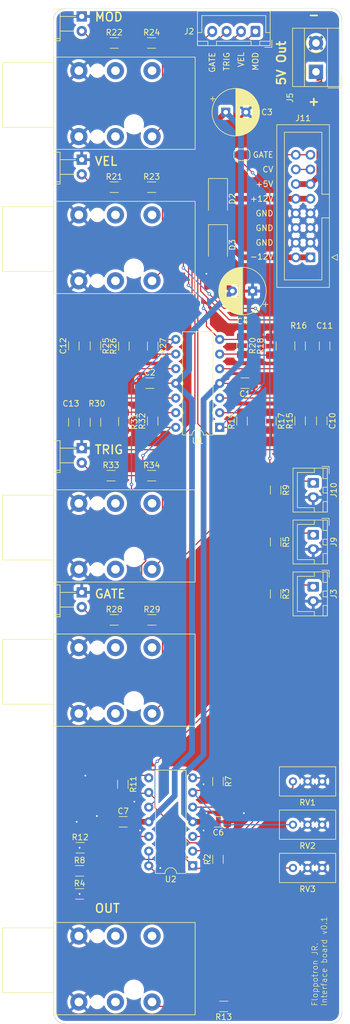
<source format=kicad_pcb>
(kicad_pcb (version 20240108) (generator "pcbnew") (generator_version "8.0")
  (layers (0 "F.Cu" signal) (31 "B.Cu" signal) (34 "B.Paste" user) (35 "F.Paste" user) (36 "B.SilkS" user "B.Silkscreen") (37 "F.SilkS" user "F.Silkscreen") (38 "B.Mask" user) (39 "F.Mask" user) (44 "Edge.Cuts" user))
  (net 0 "")
  (net 1 "GND")
  (net 2 "+12V")
  (net 3 "-12V")
  (net 4 "Net-(D3-K)")
  (net 5 "Net-(U2A--)")
  (net 6 "Net-(R2-Pad1)")
  (net 7 "Net-(J1-PadT)")
  (net 8 "Net-(U1A--)")
  (net 9 "Net-(U1B--)")
  (net 10 "Net-(R19-Pad1)")
  (net 11 "Net-(R20-Pad1)")
  (net 12 "Net-(D5-A)")
  (net 13 "Net-(D6-A)")
  (net 14 "Net-(J4-PadT)")
  (net 15 "Net-(J6-PadT)")
  (net 16 "Net-(U1C--)")
  (net 17 "Net-(R27-Pad1)")
  (net 18 "Net-(D7-A)")
  (net 19 "Net-(U1D--)")
  (net 20 "Net-(R32-Pad1)")
  (net 21 "Net-(D8-A)")
  (net 22 "Net-(J8-PadT)")
  (net 23 "Net-(U1B-+)")
  (net 24 "Net-(U1D-+)")
  (net 25 "Net-(U1C-+)")
  (net 26 "Net-(U1A-+)")
  (net 32 "input_mod")
  (net 33 "INPUT_gate")
  (net 34 "INPUT_velocity")
  (net 35 "INPUT_retrig")
  (net 36 "AUDIO_IN_1")
  (net 37 "Net-(U2D-+)")
  (net 38 "AUDIO_IN_2")
  (net 39 "Net-(U2B--)")
  (net 40 "Net-(R7-Pad1)")
  (net 41 "AUDIO_IN_3")
  (net 42 "Net-(U2C--)")
  (net 43 "Net-(R11-Pad1)")
  (net 44 "Net-(U2D--)")
  (net 45 "GATE")
  (net 46 "unconnected-(J11-CV-Pad5)")
  (net 47 "+5V")
  (net 48 "Net-(D2-A)")
  (net 49 "Net-(J11-GATE)")
  (footprint "Resistor_SMD:R_1206_3216Metric_Pad1.30x1.75mm_HandSolder" (layer "F.Cu") (at 82.68 68.465 -90)
    (property "Reference" "R20")
    (property "Value" "100k")
  )
  (footprint "Resistor_SMD:R_1206_3216Metric_Pad1.30x1.75mm_HandSolder" (layer "F.Cu") (at 92.75 81.5 90)
    (property "Reference" "R15")
    (property "Value" "1k")
  )
  (footprint "Resistor_SMD:R_1206_3216Metric_Pad1.30x1.75mm_HandSolder" (layer "F.Cu") (at 67.18 68.545 -90)
    (property "Reference" "R27")
    (property "Value" "100k")
  )
  (footprint "kosmo:jack-neutrik-horizontal" (layer "F.Cu") (at 50 125 180)
    (property "Reference" "J7" (hide yes))
    (property "Value" "gate_out" (hide yes))
  )
  (footprint "Resistor_SMD:R_1206_3216Metric_Pad1.30x1.75mm_HandSolder" (layer "F.Cu") (at 62 144.5 -90)
    (property "Reference" "R11")
    (property "Value" "200k")
  )
  (footprint "Resistor_SMD:R_1206_3216Metric_Pad1.30x1.75mm_HandSolder" (layer "F.Cu") (at 67.05 116)
    (property "Reference" "R29")
    (property "Value" "1K")
  )
  (footprint "Connector_JST:JST_XH_B4B-XH-A_1x04_P2.50mm_Vertical" (layer "F.Cu") (at 85 14 180)
    (property "Reference" "J2")
    (property "Value" "Conn_01x04")
  )
  (footprint "Package_DIP:DIP-14_W7.62mm" (layer "F.Cu") (at 78.8 82.625 180)
    (property "Reference" "U1")
    (property "Value" "TL074")
  )
  (footprint "Capacitor_SMD:C_1206_3216Metric_Pad1.33x1.80mm_HandSolder" (layer "F.Cu") (at 78.5625 151 180)
    (property "Reference" "C6")
    (property "Value" "100n")
  )
  (footprint "kosmo:LED_5mm_side_centered" (layer "F.Cu") (at 50 12.67 180)
    (property "Reference" "D6" (hide yes))
    (property "Value" "LED_mod" (hide yes))
  )
  (footprint "Resistor_SMD:R_1206_3216Metric_Pad1.30x1.75mm_HandSolder" (layer "F.Cu") (at 87.68 81.545 -90)
    (property "Reference" "R17")
    (property "Value" "220k")
  )
  (footprint "Resistor_SMD:R_1206_3216Metric_Pad1.30x1.75mm_HandSolder" (layer "F.Cu") (at 54.5 159.5)
    (property "Reference" "R8")
    (property "Value" "100k")
  )
  (footprint "Resistor_SMD:R_1206_3216Metric_Pad1.30x1.75mm_HandSolder" (layer "F.Cu") (at 92.75 68.5 -90)
    (property "Reference" "R16")
    (property "Value" "1k")
  )
  (footprint "Connector_JST:JST_XH_B2B-XH-A_1x02_P2.50mm_Vertical" (layer "F.Cu") (at 95.025 110.25 -90)
    (property "Reference" "J3")
    (property "Value" "Conn_01x02")
  )
  (footprint "Potentiometer_THT:Potentiometer_Bourns_3296W_Vertical" (layer "F.Cu") (at 91.5 159 180)
    (property "Reference" "RV3")
    (property "Value" "20k")
  )
  (footprint "Capacitor_SMD:C_1206_3216Metric_Pad1.33x1.80mm_HandSolder" (layer "F.Cu") (at 83.18 74.965 180)
    (property "Reference" "C1")
    (property "Value" "100n")
  )
  (footprint "kosmo:Power 16 Pin" (layer "F.Cu") (at 93.27 44.27)
    (property "Reference" "J11")
    (property "Value" "Power")
  )
  (footprint "Capacitor_THT:CP_Radial_D8.0mm_P3.50mm" (layer "F.Cu") (at 79.847349 28)
    (property "Reference" "C3")
    (property "Value" "10u")
  )
  (footprint "Resistor_SMD:R_1206_3216Metric_Pad1.30x1.75mm_HandSolder" (layer "F.Cu") (at 88.5 93.5 -90)
    (property "Reference" "R9")
    (property "Value" "910k")
  )
  (footprint "Resistor_SMD:R_1206_3216Metric_Pad1.30x1.75mm_HandSolder" (layer "F.Cu") (at 60.5 16)
    (property "Reference" "R22")
    (property "Value" "150")
  )
  (footprint "Connector_JST:JST_XH_B2B-XH-A_1x02_P2.50mm_Vertical" (layer "F.Cu") (at 95.025 92.25 -90)
    (property "Reference" "J10")
    (property "Value" "Conn_01x02")
  )
  (footprint "Resistor_SMD:R_1206_3216Metric_Pad1.30x1.75mm_HandSolder" (layer "F.Cu") (at 57.25 81.75 90)
    (property "Reference" "R30")
    (property "Value" "1k")
  )
  (footprint "kosmo:jack-neutrik-horizontal" (layer "F.Cu") (at 50 25 180)
    (property "Reference" "J6" (hide yes))
    (property "Value" "Mod_out" (hide yes))
  )
  (footprint "Capacitor_SMD:C_1206_3216Metric_Pad1.33x1.80mm_HandSolder" (layer "F.Cu") (at 53.5 81.75 -90)
    (property "Reference" "C13")
    (property "Value" "100n")
  )
  (footprint "Diode_SMD:D_SMA" (layer "F.Cu") (at 78.5 51 -90)
    (property "Reference" "D3")
    (property "Value" "B120-E3")
  )
  (footprint "Resistor_SMD:R_1206_3216Metric_Pad1.30x1.75mm_HandSolder" (layer "F.Cu") (at 59.95 91)
    (property "Reference" "R33")
    (property "Value" "150")
  )
  (footprint "Resistor_SMD:R_1206_3216Metric_Pad1.30x1.75mm_HandSolder" (layer "F.Cu") (at 78.5 157.5 90)
    (property "Reference" "R2")
    (property "Value" "200k")
  )
  (footprint "Potentiometer_THT:Potentiometer_Bourns_3296W_Vertical" (layer "F.Cu") (at 91.5 151.5 180)
    (property "Reference" "RV2")
    (property "Value" "20k")
  )
  (footprint "Resistor_SMD:R_1206_3216Metric_Pad1.30x1.75mm_HandSolder" (layer "F.Cu") (at 54.5 163.5)
    (property "Reference" "R4")
    (property "Value" "100k")
  )
  (footprint "Capacitor_SMD:C_1206_3216Metric_Pad1.33x1.80mm_HandSolder" (layer "F.Cu") (at 96.5 81.5 -90)
    (property "Reference" "C10")
    (property "Value" "100n")
  )
  (footprint "Resistor_SMD:R_1206_3216Metric_Pad1.30x1.75mm_HandSolder" (layer "F.Cu") (at 60.5 116)
    (property "Reference" "R28")
    (property "Value" "150")
  )
  (footprint "Resistor_SMD:R_1206_3216Metric_Pad1.30x1.75mm_HandSolder" (layer "F.Cu") (at 62.18 81.595 -90)
    (property "Reference" "R31")
    (property "Value" "220k")
  )
  (footprint "Resistor_SMD:R_1206_3216Metric_Pad1.30x1.75mm_HandSolder" (layer "F.Cu") (at 79.5 183 180)
    (property "Reference" "R13")
    (property "Value" "1K")
  )
  (footprint "Capacitor_SMD:C_1206_3216Metric_Pad1.33x1.80mm_HandSolder" (layer "F.Cu") (at 97 68.5 90)
    (property "Reference" "C11")
    (property "Value" "100n")
  )
  (footprint "kosmo:LED_5mm_side_centered" (layer "F.Cu") (at 50 87.5 180)
    (property "Reference" "D8" (hide yes))
    (property "Value" "LED_retrig" (hide yes))
  )
  (footprint "Capacitor_SMD:C_1206_3216Metric_Pad1.33x1.80mm_HandSolder" (layer "F.Cu") (at 62.0625 151)
    (property "Reference" "C7")
    (property "Value" "100n")
  )
  (footprint "Resistor_SMD:R_1206_3216Metric_Pad1.30x1.75mm_HandSolder" (layer "F.Cu") (at 62.18 68.545 90)
    (property "Reference" "R26")
    (property "Value" "220k")
  )
  (footprint "Resistor_SMD:R_1206_3216Metric_Pad1.30x1.75mm_HandSolder" (layer "F.Cu") (at 88.5 111.5 -90)
    (property "Reference" "R3")
    (property "Value" "910k")
  )
  (footprint "Jumper:SolderJumper-2_P1.3mm_Open_RoundedPad1.0x1.5mm" (layer "F.Cu") (at 82.65 35.38)
    (property "Reference" "JP1" (hide yes))
    (property "Value" "Jumper_2_Bridged")
  )
  (footprint "Connector_JST:JST_XH_B2B-XH-A_1x02_P2.50mm_Vertical" (layer "F.Cu") (at 95.025 101.25 -90)
    (property "Reference" "J9")
    (property "Value" "Conn_01x02")
  )
  (footprint "Resistor_SMD:R_1206_3216Metric_Pad1.30x1.75mm_HandSolder" (layer "F.Cu") (at 67 41)
    (property "Reference" "R23")
    (property "Value" "1K")
  )
  (footprint "Potentiometer_THT:Potentiometer_Bourns_3296W_Vertical" (layer "F.Cu") (at 91.5 144 180)
    (property "Reference" "RV1")
    (property "Value" "20k")
  )
  (footprint "Resistor_SMD:R_1206_3216Metric_Pad1.30x1.75mm_HandSolder" (layer "F.Cu") (at 88.5 102.5 -90)
    (property "Reference" "R5")
    (property "Value" "910k")
  )
  (footprint "Capacitor_SMD:C_1206_3216Metric_Pad1.33x1.80mm_HandSolder" (layer "F.Cu") (at 53.5 68.5 90)
    (property "Reference" "C12")
    (property "Value" "100n")
  )
  (footprint "kosmo:jack-neutrik-horizontal" (layer "F.Cu") (at 50 175 180)
    (property "Reference" "J1" (hide yes))
    (property "Value" "Audio_out" (hide yes))
  )
  (footprint "Resistor_SMD:R_1206_3216Metric_Pad1.30x1.75mm_HandSolder" (layer "F.Cu") (at 67 91)
    (property "Reference" "R34")
    (property "Value" "1K")
  )
  (footprint "kosmo:jack-neutrik-horizontal" (layer "F.Cu") (at 50 50 180)
    (property "Reference" "J4" (hide yes))
    (property "Value" "Velocity_out" (hide yes))
  )
  (footprint "Resistor_SMD:R_1206_3216Metric_Pad1.30x1.75mm_HandSolder" (layer "F.Cu") (at 82.68 81.545 90)
    (property "Reference" "R19")
    (property "Value" "100k")
  )
  (footprint "Resistor_SMD:R_1206_3216Metric_Pad1.30x1.75mm_HandSolder" (layer "F.Cu") (at 54.6 155.5)
    (property "Reference" "R12")
    (property "Value" "100k")
  )
  (footprint "kosmo:LED_5mm_side_centered" (layer "F.Cu") (at 50 37.5 180)
    (property "Reference" "D5" (hide yes))
    (property "Value" "LED_velocity" (hide yes))
  )
  (footprint "TerminalBlock_MetzConnect:TerminalBlock_MetzConnect_Type055_RT01502HDWU_1x02_P5.00mm_Horizontal" (layer "F.Cu") (at 95.5 21 90)
    (property "Reference" "J5")
    (property "Value" "Screw_Terminal_01x02")
  )
  (footprint "Resistor_SMD:R_1206_3216Metric_Pad1.30x1.75mm_HandSolder" (layer "F.Cu") (at 67 16)
    (property "Reference" "R24")
    (property "Value" "1K")
  )
  (footprint "Capacitor_THT:CP_Radial_D8.0mm_P3.50mm" (layer "F.Cu") (at 84.5 59 180)
    (property "Reference" "C4")
    (property "Value" "10u")
  )
  (footprint "Resistor_SMD:R_1206_3216Metric_Pad1.30x1.75mm_HandSolder" (layer "F.Cu") (at 87.68 68.545 90)
    (property "Reference" "R18")
    (property "Value" "220k")
  )
  (footprint "Package_DIP:DIP-14_W7.62mm" (layer "F.Cu") (at 74.12 158.62 180)
    (property "Reference" "U2")
    (property "Value" "TL074")
  )
  (footprint "kosmo:jack-neutrik-horizontal" (layer "F.Cu") (at 50 100 180)
    (property "Reference" "J8" (hide yes))
    (property "Value" "retrig_out" (hide yes))
  )
  (footprint "Resistor_SMD:R_1206_3216Metric_Pad1.30x1.75mm_HandSolder" (layer "F.Cu") (at 78.5 144 -90)
    (property "Reference" "R7")
    (property "Value" "200k")
  )
  (footprint "Capacitor_SMD:C_1206_3216Metric_Pad1.33x1.80mm_HandSolder" (layer "F.Cu") (at 66.68 74.965)
    (property "Reference" "C2")
    (property "Value" "100n")
  )
  (footprint "Diode_SMD:D_SMA" (layer "F.Cu") (at 78.5 43 -90)
    (property "Reference" "D2")
    (property "Value" "B120-E3")
  )
  (footprint "kosmo:LED_5mm_side_centered" (layer "F.Cu") (at 50 112.5 180)
    (property "Reference" "D7" (hide yes))
    (property "Value" "LED_gate" (hide yes))
  )
  (footprint "Resistor_SMD:R_1206_3216Metric_Pad1.30x1.75mm_HandSolder" (layer "F.Cu") (at 67.18 81.545 90)
    (property "Reference" "R32")
    (property "Value" "100k")
  )
  (footprint "Resistor_SMD:R_1206_3216Metric_Pad1.30x1.75mm_HandSolder" (layer "F.Cu") (at 60.5 41)
    (property "Reference" "R21")
    (property "Value" "150")
  )
  (footprint "Resistor_SMD:R_1206_3216Metric_Pad1.30x1.75mm_HandSolder" (layer "F.Cu") (at 57.25 68.5 -90)
    (property "Reference" "R25")
    (property "Value" "1k")
  )
  (gr_line (start 100 184) (end 100 12) (stroke (width 0.05)) (layer "Edge.Cuts"))
  (gr_line (start 50 12) (end 50 184) (stroke (width 0.05)) (layer "Edge.Cuts"))
  (gr_line (start 52 10) (end 98 10) (stroke (width 0.05)) (layer "Edge.Cuts"))
  (gr_arc (start 52 186) (mid 50.585786 185.414214) (end 50 184) (stroke (width 0.1)) (layer "Edge.Cuts"))
  (gr_line (start 52 186) (end 98 186) (stroke (width 0.05)) (layer "Edge.Cuts"))
  (gr_arc (start 98 10) (mid 99.414214 10.585786) (end 100 12) (stroke (width 0.1)) (layer "Edge.Cuts"))
  (gr_arc (start 50 12) (mid 50.585786 10.585786) (end 52 10) (stroke (width 0.1)) (layer "Edge.Cuts"))
  (gr_arc (start 100 184) (mid 99.414214 185.414214) (end 98 186) (stroke (width 0.1)) (layer "Edge.Cuts"))
  (gr_text "GATE" (at 77.5 17.5 90) (layer "F.SilkS") (effects (font (size 1 1)) (justify right)))
  (gr_text "TRIG" (at 80 17.5 90) (layer "F.SilkS") (effects (font (size 1 1)) (justify right)))
  (gr_text "5V Out" (at 89.5 19.5 90) (layer "F.SilkS") (effects (font (size 1.5 1.5) (thickness 0.3) (bold yes))))
  (gr_text "TRIG" (at 57 86.5 0) (layer "F.SilkS") (effects (font (size 1.5 1.5) (thickness 0.25) (bold yes)) (justify left)))
  (gr_text "-" (at 94 12 0) (layer "F.SilkS") (effects (font (size 1.5 1.5) (thickness 0.3) (bold yes)) (justify left bottom)))
  (gr_text "Floppotron JR.\nInterface board v0.1" (at 97.5 183 90) (layer "F.SilkS") (effects (font (size 1 1) (thickness 0.1)) (justify left bottom)))
  (gr_text "OUT" (at 57 166 0) (layer "F.SilkS") (effects (font (size 1.5 1.5) (thickness 0.25) (bold yes)) (justify left)))
  (gr_text "GATE" (at 57 111.5 0) (layer "F.SilkS") (effects (font (size 1.5 1.5) (thickness 0.25) (bold yes)) (justify left)))
  (gr_text "VEL" (at 57 36.5 0) (layer "F.SilkS") (effects (font (size 1.5 1.5) (thickness 0.25) (bold yes)) (justify left)))
  (gr_text "VEL" (at 82.5 17.5 90) (layer "F.SilkS") (effects (font (size 1 1)) (justify right)))
  (gr_text "MOD" (at 85 17.5 90) (layer "F.SilkS") (effects (font (size 1 1)) (justify right)))
  (gr_text "MOD" (at 57 11.5 0) (layer "F.SilkS") (effects (font (size 1.5 1.5) (thickness 0.25) (bold yes)) (justify left)))
  (gr_text "+" (at 94 27 0) (layer "F.SilkS") (effects (font (size 1.5 1.5) (thickness 0.3) (bold yes)) (justify left bottom)))
  (via (at 55.5 143) (size 0.6) (drill 0.3) (layers "F.Cu" "B.Cu") (net 1))
  (via (at 76 144.5) (size 0.6) (drill 0.3) (layers "F.Cu" "B.Cu") (net 1))
  (via (at 54 151) (size 0.6) (drill 0.3) (layers "F.Cu" "B.Cu") (net 1))
  (via (at 54.5 163.5) (size 0.6) (drill 0.3) (layers "F.Cu" "B.Cu") (net 1))
  (via (at 83 149.5) (size 0.6) (drill 0.3) (layers "F.Cu" "B.Cu") (net 1))
  (via (at 76.5 56) (size 0.6) (drill 0.3) (layers "F.Cu" "B.Cu") (net 1))
  (via (at 76 157.5) (size 0.6) (drill 0.3) (layers "F.Cu" "B.Cu") (net 1))
  (via (at 68.5 159) (size 0.6) (drill 0.3) (layers "F.Cu" "B.Cu") (net 1))
  (via (at 76 152.5) (size 0.6) (drill 0.3) (layers "F.Cu" "B.Cu") (net 1))
  (via (at 57.5 150) (size 0.6) (drill 0.3) (layers "F.Cu" "B.Cu") (net 1))
  (via (at 64 147.5) (size 0.6) (drill 0.3) (layers "F.Cu" "B.Cu") (net 1))
  (via (at 65 152.5) (size 0.6) (drill 0.3) (layers "F.Cu" "B.Cu") (net 1))
  (via (at 54.5 155.5) (size 0.6) (drill 0.3) (layers "F.Cu" "B.Cu") (net 1))
  (via (at 76.5 149.5) (size 0.6) (drill 0.3) (layers "F.Cu" "B.Cu") (net 1))
  (segment (start 78.8 75.005) (end 81.5775 75.005) (width 0.2) (layer "F.Cu") (net 2))
  (segment (start 78.5 41) (end 78.5 29.347349) (width 1) (layer "F.Cu") (net 2))
  (segment (start 78.5 29.347349) (end 79.847349 28) (width 1) (layer "F.Cu") (net 2))
  (segment (start 74.12 151) (end 77 151) (width 1) (layer "F.Cu") (net 2))
  (segment (start 74.12 151) (end 72.62 149.5) (width 1) (layer "B.Cu") (net 2))
  (segment (start 76 77.805) (end 78.8 75.005) (width 1) (layer "B.Cu") (net 2))
  (segment (start 82.5 71.305) (end 78.8 75.005) (width 1) (layer "B.Cu") (net 2))
  (segment (start 76 139.378679) (end 76 77.805) (width 1) (layer "B.Cu") (net 2))
  (segment (start 82.5 30.652651) (end 82.5 71.305) (width 1) (layer "B.Cu") (net 2))
  (segment (start 72.62 142.758679) (end 76 139.378679) (width 1) (layer "B.Cu") (net 2))
  (segment (start 79.847349 28) (end 82.5 30.652651) (width 1) (layer "B.Cu") (net 2))
  (segment (start 72.62 149.5) (end 72.62 142.758679) (width 1) (layer "B.Cu") (net 2))
  (segment (start 78.5 53) (end 78.5 56.5) (width 1) (layer "F.Cu") (net 3))
  (segment (start 68.2425 74.965) (end 71.14 74.965) (width 0.2) (layer "F.Cu") (net 3))
  (segment (start 63.625 151) (end 66.5 151) (width 1) (layer "F.Cu") (net 3))
  (segment (start 78.5 56.5) (end 81 59) (width 1) (layer "F.Cu") (net 3))
  (segment (start 74 77.825) (end 74 138.957107) (width 1) (layer "B.Cu") (net 3))
  (segment (start 73.5 72.685) (end 71.18 75.005) (width 1) (layer "B.Cu") (net 3))
  (segment (start 71 141.957107) (end 71 146.5) (width 1) (layer "B.Cu") (net 3))
  (segment (start 74 138.957107) (end 71 141.957107) (width 1) (layer "B.Cu") (net 3))
  (segment (start 71 146.5) (end 66.5 151) (width 1) (layer "B.Cu") (net 3))
  (segment (start 73.5 66.5) (end 73.5 72.685) (width 1) (layer "B.Cu") (net 3))
  (segment (start 81 59) (end 73.5 66.5) (width 1) (layer "B.Cu") (net 3))
  (segment (start 71.18 75.005) (end 74 77.825) (width 1) (layer "B.Cu") (net 3))
  (segment (start 82.66 53.16) (end 78.5 49) (width 1) (layer "F.Cu") (net 4))
  (segment (start 94.54 53.16) (end 82.66 53.16) (width 1) (layer "F.Cu") (net 4))
  (segment (start 91.5 159) (end 85.95 159) (width 0.2) (layer "F.Cu") (net 5))
  (segment (start 85.95 159) (end 82.95 156) (width 0.2) (layer "F.Cu") (net 5))
  (segment (start 82.95 156) (end 74.2 156) (width 0.2) (layer "F.Cu") (net 5))
  (segment (start 54.45 165) (end 58.000001 165) (width 0.2) (layer "F.Cu") (net 6))
  (segment (start 78.5 159.05) (end 74.55 159.05) (width 0.2) (layer "F.Cu") (net 6))
  (segment (start 65.480001 157.52) (end 73.02 157.52) (width 0.2) (layer "F.Cu") (net 6))
  (segment (start 52.95 163.5) (end 54.45 165) (width 0.2) (layer "F.Cu") (net 6))
  (segment (start 73.02 157.52) (end 74.12 158.62) (width 0.2) (layer "F.Cu") (net 6))
  (segment (start 58.000001 165) (end 65.480001 157.52) (width 0.2) (layer "F.Cu") (net 6))
  (segment (start 77.95 183) (end 67.84 183) (width 0.2) (layer "F.Cu") (net 7))
  (segment (start 78.8 80.085) (end 82.59 80.085) (width 0.2) (layer "F.Cu") (net 8))
  (segment (start 87.68 79.995) (end 82.68 79.995) (width 0.2) (layer "F.Cu") (net 8))
  (segment (start 87.68 70.095) (end 82.76 70.095) (width 0.2) (layer "F.Cu") (net 9))
  (segment (start 78.8 69.925) (end 82.59 69.925) (width 0.2) (layer "F.Cu") (net 9))
  (segment (start 65.45 41) (end 62.05 41) (width 0.2) (layer "F.Cu") (net 10))
  (segment (start 78.8 82.625) (end 82.21 82.625) (width 0.2) (layer "F.Cu") (net 10))
  (segment (start 69.5 39.5) (end 72.5 42.5) (width 0.2) (layer "F.Cu") (net 10))
  (segment (start 77 59.5) (end 79.5 62) (width 0.2) (layer "F.Cu") (net 10))
  (segment (start 72.5 42.5) (end 72.5 55) (width 0.2) (layer "F.Cu") (net 10))
  (segment (start 66.95 39.5) (end 69.5 39.5) (width 0.2) (layer "F.Cu") (net 10))
  (segment (start 65.45 41) (end 66.95 39.5) (width 0.2) (layer "F.Cu") (net 10))
  (segment (start 79.5 62) (end 85 62) (width 0.2) (layer "F.Cu") (net 10))
  (via (at 72.5 55) (size 0.6) (drill 0.3) (layers "F.Cu" "B.Cu") (net 10))
  (via (at 77 59.5) (size 0.6) (drill 0.3) (layers "F.Cu" "B.Cu") (net 10))
  (via (at 85 62) (size 0.6) (drill 0.3) (layers "F.Cu" "B.Cu") (net 10))
  (segment (start 85 62) (end 86.5 63.5) (width 0.2) (layer "B.Cu") (net 10))
  (segment (start 86.5 63.5) (end 86.5 74.925) (width 0.2) (layer "B.Cu") (net 10))
  (segment (start 86.5 74.925) (end 78.8 82.625) (width 0.2) (layer "B.Cu") (net 10))
  (segment (start 72.5 55) (end 77 59.5) (width 0.2) (layer "B.Cu") (net 10))
  (segment (start 65.5 16) (end 68 13.5) (width 0.2) (layer "F.Cu") (net 11))
  (segment (start 68 13.5) (end 70 13.5) (width 0.2) (layer "F.Cu") (net 11))
  (segment (start 76 62) (end 76.5 62.5) (width 0.2) (layer "F.Cu") (net 11))
  (segment (start 76.5 62.5) (end 76.5 65.085) (width 0.2) (layer "F.Cu") (net 11))
  (segment (start 76.5 65.085) (end 78.8 67.385) (width 0.2) (layer "F.Cu") (net 11))
  (segment (start 73.4 16.9) (end 73.4 58) (width 0.2) (layer "F.Cu") (net 11))
  (segment (start 78.8 67.385) (end 82.21 67.385) (width 0.2) (layer "F.Cu") (net 11))
  (segment (start 65.45 16) (end 62.05 16) (width 0.2) (layer "F.Cu") (net 11))
  (segment (start 70 13.5) (end 73.4 16.9) (width 0.2) (layer "F.Cu") (net 11))
  (via (at 76 62) (size 0.6) (drill 0.3) (layers "F.Cu" "B.Cu") (net 11))
  (via (at 73.4 58) (size 0.6) (drill 0.3) (layers "F.Cu" "B.Cu") (net 11))
  (segment (start 73.4 58) (end 76 60.6) (width 0.2) (layer "B.Cu") (net 11))
  (segment (start 76 60.6) (end 76 62) (width 0.2) (layer "B.Cu") (net 11))
  (segment (start 57.1 41) (end 54.87 38.77) (width 0.2) (layer "F.Cu") (net 12))
  (segment (start 58.95 41) (end 57.1 41) (width 0.2) (layer "F.Cu") (net 12))
  (segment (start 58.95 16) (end 57.1 16) (width 0.2) (layer "F.Cu") (net 13))
  (segment (start 57.1 16) (end 54.87 13.77) (width 0.2) (layer "F.Cu") (net 13))
  (segment (start 68.87 55.43) (end 67.07 57.23) (width 0.2) (layer "F.Cu") (net 14))
  (segment (start 68.87 41.32) (end 68.87 55.43) (width 0.2) (layer "F.Cu") (net 14))
  (segment (start 68.87 30.43) (end 67.07 32.23) (width 0.2) (layer "F.Cu") (net 15))
  (segment (start 68.87 16.32) (end 68.87 30.43) (width 0.2) (layer "F.Cu") (net 15))
  (segment (start 62.18 70.095) (end 67.18 70.095) (width 0.2) (layer "F.Cu") (net 16))
  (segment (start 71.18 69.925) (end 67.35 69.925) (width 0.2) (layer "F.Cu") (net 16))
  (segment (start 63.5 95) (end 63.5 92.5) (width 0.2) (layer "F.Cu") (net 17))
  (segment (start 71.18 67.385) (end 67.57 67.385) (width 0.2) (layer "F.Cu") (net 17))
  (segment (start 66 105.754415) (end 66 97.5) (width 0.2) (layer "F.Cu") (net 17))
  (segment (start 62.05 116) (end 65.5 116) (width 0.2) (layer "F.Cu") (net 17))
  (segment (start 65.27 106.484415) (end 66 105.754415) (width 0.2) (layer "F.Cu") (net 17))
  (segment (start 66 97.5) (end 63.5 95) (width 0.2) (layer "F.Cu") (net 17))
  (segment (start 65.27 115.77) (end 65.27 106.484415) (width 0.2) (layer "F.Cu") (net 17))
  (via (at 63.5 92.5) (size 0.6) (drill 0.3) (layers "F.Cu" "B.Cu") (net 17))
  (segment (start 63.5 75.065) (end 71.18 67.385) (width 0.2) (layer "B.Cu") (net 17))
  (segment (start 63.5 92.5) (end 63.5 75.065) (width 0.2) (layer "B.Cu") (net 17))
  (segment (start 58.95 116) (end 57.1 116) (width 0.2) (layer "F.Cu") (net 18))
  (segment (start 57.1 116) (end 54.87 113.77) (width 0.2) (layer "F.Cu") (net 18))
  (segment (start 67.18 79.995) (end 62.23 79.995) (width 0.2) (layer "F.Cu") (net 19))
  (segment (start 71.18 80.085) (end 67.27 80.085) (width 0.2) (layer "F.Cu") (net 19))
  (segment (start 65.45 87.55) (end 65.5 87.5) (width 0.2) (layer "F.Cu") (net 20))
  (segment (start 71.18 82.625) (end 67.65 82.625) (width 0.2) (layer "F.Cu") (net 20))
  (segment (start 61.5 91) (end 65.45 91) (width 0.2) (layer "F.Cu") (net 20))
  (segment (start 65.45 91) (end 65.45 87.55) (width 0.2) (layer "F.Cu") (net 20))
  (via (at 65.5 87.5) (size 0.6) (drill 0.3) (layers "F.Cu" "B.Cu") (net 20))
  (segment (start 65.5 87.5) (end 70.375 82.625) (width 0.2) (layer "B.Cu") (net 20))
  (segment (start 70.375 82.625) (end 71.18 82.625) (width 0.2) (layer "B.Cu") (net 20))
  (segment (start 54.87 88.77) (end 57.1 91) (width 0.2) (layer "F.Cu") (net 21))
  (segment (start 57.1 91) (end 58.4 91) (width 0.2) (layer "F.Cu") (net 21))
  (segment (start 68.87 91.32) (end 68.87 105.43) (width 0.2) (layer "F.Cu") (net 22))
  (segment (start 68.87 105.43) (end 67.07 107.23) (width 0.2) (layer "F.Cu") (net 22))
  (segment (start 90.335 72.465) (end 92.75 70.05) (width 0.2) (layer "F.Cu") (net 23))
  (segment (start 78.8 72.465) (end 90.335 72.465) (width 0.2) (layer "F.Cu") (net 23))
  (segment (start 92.8125 70.0625) (end 97.75 70.0625) (width 0.2) (layer "F.Cu") (net 23))
  (segment (start 56.6875 80.1875) (end 53.5 80.1875) (width 0.2) (layer "F.Cu") (net 24))
  (segment (start 56.7 80.2) (end 56.6875 80.1875) (width 0.2) (layer "F.Cu") (net 24))
  (segment (start 71.18 77.545) (end 59.905 77.545) (width 0.2) (layer "F.Cu") (net 24))
  (segment (start 57.25 80.2) (end 56.7 80.2) (width 0.2) (layer "F.Cu") (net 24))
  (segment (start 59.905 77.545) (end 57.25 80.2) (width 0.2) (layer "F.Cu") (net 24))
  (segment (start 57.2375 70.0625) (end 57.25 70.05) (width 0.2) (layer "F.Cu") (net 25))
  (segment (start 53.5 70.0625) (end 57.2375 70.0625) (width 0.2) (layer "F.Cu") (net 25))
  (segment (start 59.665 72.465) (end 57.25 70.05) (width 0.2) (layer "F.Cu") (net 25))
  (segment (start 71.18 72.465) (end 59.665 72.465) (width 0.2) (layer "F.Cu") (net 25))
  (segment (start 92.7625 79.9375) (end 92.75 79.95) (width 0.2) (layer "F.Cu") (net 26))
  (segment (start 78.8 77.545) (end 90.345 77.545) (width 0.2) (layer "F.Cu") (net 26))
  (segment (start 96.5 79.9375) (end 92.7625 79.9375) (width 0.2) (layer "F.Cu") (net 26))
  (segment (start 90.345 77.545) (end 92.75 79.95) (width 0.2) (layer "F.Cu") (net 26))
  (segment (start 75.5 23.5) (end 85 14) (width 0.2) (layer "F.Cu") (net 32))
  (segment (start 80.5 64) (end 75.5 59) (width 0.2) (layer "F.Cu") (net 32))
  (segment (start 89.8 64) (end 80.5 64) (width 0.2) (layer "F.Cu") (net 32))
  (segment (start 75.5 59) (end 75.5 23.5) (width 0.2) (layer "F.Cu") (net 32))
  (segment (start 92.75 66.95) (end 89.8 64) (width 0.2) (layer "F.Cu") (net 32))
  (segment (start 61.2 63) (end 57.25 66.95) (width 0.2) (layer "F.Cu") (net 33))
  (segment (start 77.5 14) (end 74 17.5) (width 0.2) (layer "F.Cu") (net 33))
  (segment (start 74 60.5) (end 71.5 63) (width 0.2) (layer "F.Cu") (net 33))
  (segment (start 74 17.5) (end 74 60.5) (width 0.2) (layer "F.Cu") (net 33))
  (segment (start 71.5 63) (end 61.2 63) (width 0.2) (layer "F.Cu") (net 33))
  (segment (start 79.5 86.5) (end 75 82) (width 0.2) (layer "F.Cu") (net 34))
  (segment (start 75 21.5) (end 82.5 14) (width 0.2) (layer "F.Cu") (net 34))
  (segment (start 75 82) (end 75 21.5) (width 0.2) (layer "F.Cu") (net 34))
  (segment (start 92.75 83.05) (end 89.3 86.5) (width 0.2) (layer "F.Cu") (net 34))
  (segment (start 89.3 86.5) (end 79.5 86.5) (width 0.2) (layer "F.Cu") (net 34))
  (segment (start 74.5 82) (end 74.5 19.5) (width 0.2) (layer "F.Cu") (net 35))
  (segment (start 70 86.5) (end 74.5 82) (width 0.2) (layer "F.Cu") (net 35))
  (segment (start 57.25 83.3) (end 60.45 86.5) (width 0.2) (layer "F.Cu") (net 35))
  (segment (start 60.45 86.5) (end 70 86.5) (width 0.2) (layer "F.Cu") (net 35))
  (segment (start 74.5 19.5) (end 80 14) (width 0.2) (layer "F.Cu") (net 35))
  (segment (start 88.5 109.95) (end 94.725 109.95) (width 0.2) (layer "F.Cu") (net 36))
  (segment (start 88.5 109.95) (end 87.625 109.95) (width 0.2) (layer "F.Cu") (net 36))
  (segment (start 81.96 153.54) (end 74.12 153.54) (width 0.2) (layer "F.Cu") (net 36))
  (segment (start 84.5 151) (end 81.96 153.54) (width 0.2) (layer "F.Cu") (net 36))
  (segment (start 84.5 113.075) (end 84.5 151) (width 0.2) (layer "F.Cu") (net 36))
  (segment (start 87.625 109.95) (end 84.5 113.075) (width 0.2) (layer "F.Cu") (net 36))
  (segment (start 58.11 153.54) (end 66.5 153.54) (width 0.2) (layer "F.Cu") (net 37))
  (segment (start 56.15 155.5) (end 56.15 163.9) (width 0.2) (layer "F.Cu") (net 37))
  (segment (start 56.15 155.5) (end 58.11 153.54) (width 0.2) (layer "F.Cu") (net 37))
  (segment (start 88.5 100.95) (end 94.725 100.95) (width 0.2) (layer "F.Cu") (net 38))
  (segment (start 74.12 148.46) (end 79.79 148.46) (width 0.2) (layer "F.Cu") (net 38))
  (segment (start 83 145.25) (end 83 106.45) (width 0.2) (layer "F.Cu") (net 38))
  (segment (start 83 106.45) (end 88.5 100.95) (width 0.2) (layer "F.Cu") (net 38))
  (segment (start 79.79 148.46) (end 83 145.25) (width 0.2) (layer "F.Cu") (net 38))
  (segment (start 78.5 145.55) (end 74.49 145.55) (width 0.2) (layer "F.Cu") (net 39))
  (segment (start 74.49 145.55) (end 74.12 145.92) (width 0.2) (layer "F.Cu") (net 39))
  (segment (start 91.5 151.5) (end 79.7 151.5) (width 0.2) (layer "B.Cu") (net 39))
  (segment (start 79.7 151.5) (end 74.12 145.92) (width 0.2) (layer "B.Cu") (net 39))
  (segment (start 77.57 143.38) (end 78.5 142.45) (width 0.2) (layer "F.Cu") (net 40))
  (segment (start 72.74 142) (end 74.12 143.38) (width 0.2) (layer "F.Cu") (net 40))
  (segment (start 52 158.55) (end 52 143.5) (width 0.2) (layer "F.Cu") (net 40))
  (segment (start 52.95 159.5) (end 52 158.55) (width 0.2) (layer "F.Cu") (net 40))
  (segment (start 53.5 142) (end 72.74 142) (width 0.2) (layer "F.Cu") (net 40))
  (segment (start 52 143.5) (end 53.5 142) (width 0.2) (layer "F.Cu") (net 40))
  (segment (start 74.12 143.38) (end 77.57 143.38) (width 0.2) (layer "F.Cu") (net 40))
  (segment (start 81 127.5) (end 81 99.45) (width 0.2) (layer "F.Cu") (net 41))
  (segment (start 68 140.5) (end 81 127.5) (width 0.2) (layer "F.Cu") (net 41))
  (segment (start 81 99.45) (end 88.5 91.95) (width 0.2) (layer "F.Cu") (net 41))
  (segment (start 88.5 91.95) (end 94.725 91.95) (width 0.2) (layer "F.Cu") (net 41))
  (via (at 68 140.5) (size 0.6) (drill 0.3) (layers "F.Cu" "B.Cu") (net 41))
  (segment (start 66.5 148.46) (end 67.6 147.36) (width 0.2) (layer "B.Cu") (net 41))
  (segment (start 67.6 147.36) (end 67.6 140.9) (width 0.2) (layer "B.Cu") (net 41))
  (segment (start 67.6 140.9) (end 68 140.5) (width 0.2) (layer "B.Cu") (net 41))
  (segment (start 73.64 154.64) (end 67.6 148.6) (width 0.2) (layer "F.Cu") (net 42))
  (segment (start 62 146.05) (end 66.37 146.05) (width 0.2) (layer "F.Cu") (net 42))
  (segment (start 67.6 148.6) (end 67.6 147.02) (width 0.2) (layer "F.Cu") (net 42))
  (segment (start 91.5 145.018233) (end 81.878233 154.64) (width 0.2) (layer "F.Cu") (net 42))
  (segment (start 67.6 147.02) (end 66.5 145.92) (width 0.2) (layer "F.Cu") (net 42))
  (segment (start 91.5 144) (end 91.5 145.018233) (width 0.2) (layer "F.Cu") (net 42))
  (segment (start 66.37 146.05) (end 66.5 145.92) (width 0.2) (layer "F.Cu") (net 42))
  (segment (start 81.878233 154.64) (end 73.64 154.64) (width 0.2) (layer "F.Cu") (net 42))
  (segment (start 55.5 145.370128) (end 57.920128 142.95) (width 0.2) (layer "F.Cu") (net 43))
  (segment (start 53.05 155.5) (end 55.5 153.05) (width 0.2) (layer "F.Cu") (net 43))
  (segment (start 55.5 153.05) (end 55.5 145.370128) (width 0.2) (layer "F.Cu") (net 43))
  (segment (start 62 142.95) (end 66.07 142.95) (width 0.2) (layer "F.Cu") (net 43))
  (segment (start 57.920128 142.95) (end 62 142.95) (width 0.2) (layer "F.Cu") (net 43))
  (segment (start 66.5 158.62) (end 81.05 173.17) (width 0.2) (layer "F.Cu") (net 44))
  (segment (start 81.05 173.17) (end 81.05 183) (width 0.2) (layer "F.Cu") (net 44))
  (segment (start 66.5 158.62) (end 66.5 156.08) (width 0.2) (layer "B.Cu") (net 44))
  (segment (start 87.5 90.109744) (end 87.5 88) (width 0.2) (layer "F.Cu") (net 45))
  (segment (start 68.87 116.27) (end 68.87 130.43) (width 0.2) (layer "F.Cu") (net 45))
  (segment (start 68.6 116) (end 68.6 109.009744) (width 0.2) (layer "F.Cu") (net 45))
  (segment (start 68.6 109.009744) (end 87.5 90.109744) (width 0.2) (layer "F.Cu") (net 45))
  (segment (start 68.87 130.43) (end 67.07 132.23) (width 0.2) (layer "F.Cu") (net 45))
  (segment (start 84.5 38.5) (end 82 36) (width 0.2) (layer "F.Cu") (net 45))
  (via (at 87.5 88) (size 0.6) (drill 0.3) (layers "F.Cu" "B.Cu") (net 45))
  (via (at 84.5 38.5) (size 0.6) (drill 0.3) (layers "F.Cu" "B.Cu") (net 45))
  (segment (start 87.5 88) (end 87.5 41.5) (width 0.2) (layer "B.Cu") (net 45))
  (segment (start 87.5 41.5) (end 84.5 38.5) (width 0.2) (layer "B.Cu") (net 45))
  (segment (start 92 37.92) (end 94.54 37.92) (width 0.2) (layer "F.Cu") (net 46))
  (segment (start 94.54 40.46) (end 96.09 38.91) (width 1) (layer "F.Cu") (net 47))
  (segment (start 94.54 40.46) (end 92 40.46) (width 1) (layer "F.Cu") (net 47))
  (segment (start 96.09 38.91) (end 96.09 21.59) (width 1) (layer "F.Cu") (net 47))
  (segment (start 94.54 43) (end 80.5 43) (width 1) (layer "F.Cu") (net 48))
  (segment (start 80.5 43) (end 78.5 45) (width 1) (layer "F.Cu") (net 48))
  (segment (start 94.54 35.38) (end 83.3 35.38) (width 0.2) (layer "F.Cu") (net 49))
  (zone (net 1) (net_name "GND") (layers "F&B.Cu") (connect_pads (clearance 0.5)) (min_thickness 0.25) (fill yes (thermal_gap 0.5) (thermal_bridge_width 0.5))
    (polygon (pts (xy 50 10) (xy 100 10) (xy 100 186) (xy 50 186)))
  )
)
</source>
